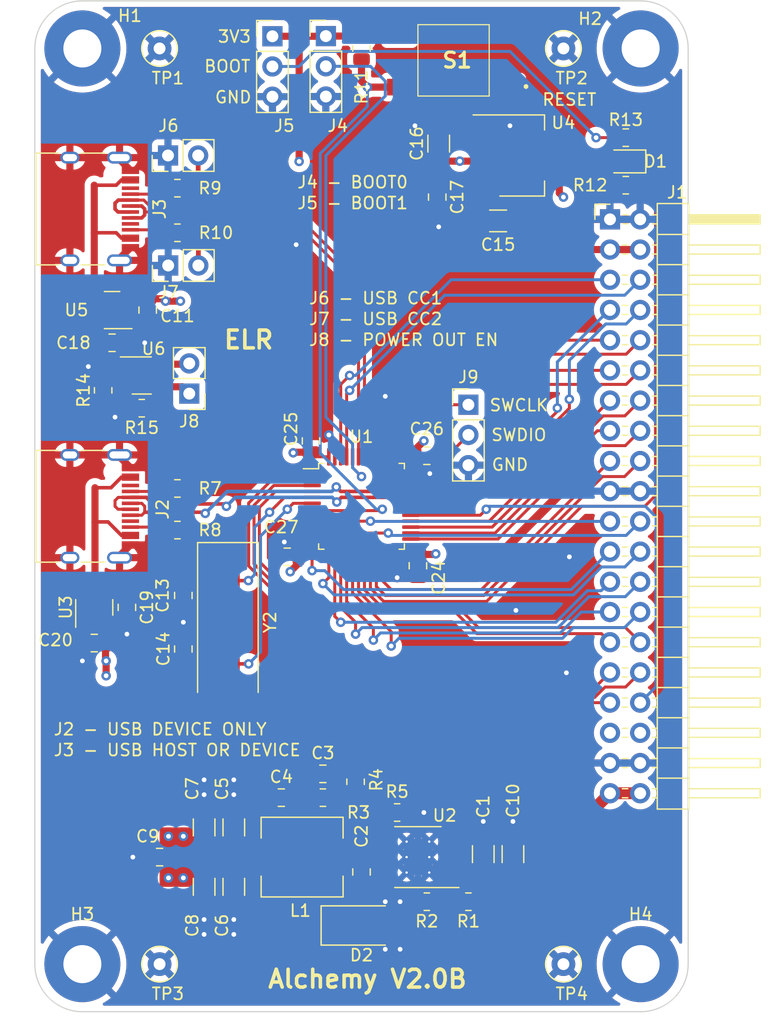
<source format=kicad_pcb>
(kicad_pcb (version 20211014) (generator pcbnew)
  (layers (0 "F.Cu" signal) (1 "In1.Cu" signal) (2 "In2.Cu" signal) (31 "B.Cu" signal) (34 "B.Paste" user) (35 "F.Paste" user) (36 "B.SilkS" user "B.Silkscreen") (37 "F.SilkS" user "F.Silkscreen") (38 "B.Mask" user) (39 "F.Mask" user) (44 "Edge.Cuts" user))
  (net 0 "")
  (net 1 "+3V3")
  (net 2 "Net-(C13-Pad1)")
  (net 3 "Net-(C14-Pad1)")
  (net 4 "Net-(D1-Pad1)")
  (net 5 "/I2C1_SDA")
  (net 6 "/I2C1_SCL")
  (net 7 "/UART1_RX")
  (net 8 "/UART1_TX")
  (net 9 "/SPI1_MOSI")
  (net 10 "/SPI1_MISO")
  (net 11 "/SPI1_SCK")
  (net 12 "/SPI1_NCS")
  (net 13 "/SPI2_MOSI")
  (net 14 "/SPI2_MISO")
  (net 15 "/SPI2_SCK")
  (net 16 "/SPI2_NCS")
  (net 17 "/I2C2_SDA")
  (net 18 "/I2C2_SCL")
  (net 19 "/ADC0")
  (net 20 "/ADC1")
  (net 21 "/ADC2")
  (net 22 "/ADC3")
  (net 23 "/ADC4")
  (net 24 "/ADC5")
  (net 25 "/ADC6")
  (net 26 "/ADC7")
  (net 27 "/ADC8")
  (net 28 "/ADC9")
  (net 29 "/GPIO0")
  (net 30 "/GPIO1")
  (net 31 "/GPIO2")
  (net 32 "/GPIO3")
  (net 33 "Net-(J2-PadA5)")
  (net 34 "/USB1DP")
  (net 35 "/USB1DM")
  (net 37 "Net-(J2-PadB5)")
  (net 39 "Net-(J3-PadA5)")
  (net 41 "Net-(J3-PadB5)")
  (net 43 "/BOOT0")
  (net 44 "Net-(J5-Pad2)")
  (net 45 "/~RESET")
  (net 46 "/BOOT1")
  (net 49 "Net-(C18-Pad1)")
  (net 50 "Net-(C19-Pad1)")
  (net 51 "Net-(R14-Pad1)")
  (net 54 "GND")
  (net 55 "/VM")
  (net 56 "+5V")
  (net 57 "/USB2DP")
  (net 58 "/USB2DM")
  (net 59 "Net-(J6-Pad2)")
  (net 60 "Net-(J7-Pad2)")
  (net 61 "Net-(J8-Pad1)")
  (net 62 "/SWCLK")
  (net 63 "/SWDIO")
  (net 64 "Net-(C2-Pad1)")
  (net 65 "Net-(C2-Pad2)")
  (net 66 "Net-(C3-Pad1)")
  (net 67 "Net-(C3-Pad2)")
  (net 68 "Net-(R1-Pad2)")
  (footprint "Capacitor_SMD:C_0805_2012Metric" (layer "F.Cu") (at 154.25 102.5 -90)
    (fp_text reference "C24")
    (fp_text value "0.1u" hide)
  )
  (footprint "Capacitor_SMD:C_0805_2012Metric" (layer "F.Cu") (at 131.5 81 -90)
    (fp_text reference "C11")
    (fp_text value "0.1u")
  )
  (footprint "Connector_USB:USB_C_Receptacle_HRO_TYPE-C-31-M-12" (layer "F.Cu") (at 126 72.5 -90)
    (fp_text reference "J3")
    (fp_text value "USB_C_Receptacle_USB2.0" hide)
  )
  (footprint "LED_SMD:LED_0805_2012Metric" (layer "F.Cu") (at 171.75 68.5 180)
    (fp_text reference "D1")
    (fp_text value "ORANGE" hide)
  )
  (footprint "TestPoint:TestPoint_Loop_D2.50mm_Drill1.0mm" (layer "F.Cu") (at 132.5 136)
    (fp_text reference "TP3")
    (fp_text value "TestPoint")
  )
  (footprint "SamacSys_Parts:LL3301NF065QG" (layer "F.Cu") (at 157.25 60 180)
    (fp_text reference "S1")
    (fp_text value "LL3301NF065QG" hide)
  )
  (footprint "Resistor_SMD:R_0805_2012Metric" (layer "F.Cu") (at 134 99.5)
    (fp_text reference "R8")
    (fp_text value "5K1" hide)
  )
  (footprint "Connector_PinHeader_2.54mm:PinHeader_1x02_P2.54mm_Vertical" (layer "F.Cu") (at 133.21 68 90)
    (fp_text reference "J6")
    (fp_text value "Conn_01x02")
  )
  (footprint "MountingHole:MountingHole_3.2mm_M3_Pad" (layer "F.Cu") (at 126 136)
    (fp_text reference "H3")
    (fp_text value "MountingHole_Pad")
  )
  (footprint "Resistor_SMD:R_0805_2012Metric" (layer "F.Cu") (at 149 120.6625 90)
    (fp_text reference "R4")
    (fp_text value "330K")
  )
  (footprint "Package_SO:HSOP-8-1EP_3.9x4.9mm_P1.27mm_EP2.41x3.1mm_ThermalVias" (layer "F.Cu") (at 154.25 127 180)
    (fp_text reference "U2")
    (fp_text value "HT1015A")
  )
  (footprint "Resistor_SMD:R_0805_2012Metric" (layer "F.Cu") (at 134 96)
    (fp_text reference "R7")
    (fp_text value "5K1" hide)
  )
  (footprint "Capacitor_SMD:C_1206_3216Metric" (layer "F.Cu") (at 159.75 126.75 -90)
    (fp_text reference "C1")
    (fp_text value "2.2u")
  )
  (footprint "Resistor_SMD:R_0805_2012Metric" (layer "F.Cu") (at 171.75 66.5 180)
    (fp_text reference "R13")
    (fp_text value "4.7K" hide)
  )
  (footprint "Resistor_SMD:R_0805_2012Metric" (layer "F.Cu") (at 146.25 122 180)
    (fp_text reference "R3")
    (fp_text value "560k")
  )
  (footprint "Capacitor_SMD:C_1206_3216Metric" (layer "F.Cu") (at 162.25 126.75 -90)
    (fp_text reference "C10")
    (fp_text value "2.2u")
  )
  (footprint "Capacitor_SMD:C_0805_2012Metric" (layer "F.Cu") (at 132.5 127 180)
    (fp_text reference "C9")
    (fp_text value "0.1u")
  )
  (footprint "Connector_PinHeader_2.54mm:PinHeader_2x20_P2.54mm_Horizontal" (layer "F.Cu") (at 170.42 73.37)
    (fp_text reference "J1")
    (fp_text value "Conn_02x20_Odd_Even")
  )
  (footprint "Capacitor_SMD:C_0805_2012Metric" (layer "F.Cu") (at 146.25 120 180)
    (fp_text reference "C3")
    (fp_text value "10n")
  )
  (footprint "Resistor_SMD:R_0805_2012Metric" (layer "F.Cu") (at 155 130.75 180)
    (fp_text reference "R2")
    (fp_text value "22K")
  )
  (footprint "Capacitor_SMD:C_1206_3216Metric" (layer "F.Cu") (at 138.75 124.5 -90)
    (fp_text reference "C5")
    (fp_text value "22u")
  )
  (footprint "Capacitor_SMD:C_0805_2012Metric" (layer "F.Cu") (at 149.5 128.25 -90)
    (fp_text reference "C2")
    (fp_text value "0.1u")
  )
  (footprint "Capacitor_SMD:C_0805_2012Metric" (layer "F.Cu") (at 134.5 105 -90)
    (fp_text reference "C13")
    (fp_text value "33p" hide)
  )
  (footprint "Capacitor_SMD:C_1206_3216Metric" (layer "F.Cu") (at 138.75 129.5 90)
    (fp_text reference "C6")
    (fp_text value "22u")
  )
  (footprint "Capacitor_SMD:C_0805_2012Metric" (layer "F.Cu") (at 128.5 83.75)
    (fp_text reference "C18")
    (fp_text value "0.1u" hide)
  )
  (footprint "TestPoint:TestPoint_Loop_D2.50mm_Drill1.0mm" (layer "F.Cu") (at 166.5 136)
    (fp_text reference "TP4")
    (fp_text value "TestPoint")
  )
  (footprint "Connector_PinHeader_2.54mm:PinHeader_1x02_P2.54mm_Vertical" (layer "F.Cu") (at 135 88.025 180)
    (fp_text reference "J8")
    (fp_text value "Conn_01x02")
  )
  (footprint "Connector_PinHeader_2.54mm:PinHeader_1x02_P2.54mm_Vertical" (layer "F.Cu") (at 133.225 77.25 90)
    (fp_text reference "J7")
    (fp_text value "Conn_01x02")
  )
  (footprint "Resistor_SMD:R_0805_2012Metric" (layer "F.Cu") (at 134 74.5)
    (fp_text reference "R10")
    (fp_text value "5K1" hide)
  )
  (footprint "Connector_PinHeader_2.54mm:PinHeader_1x03_P2.54mm_Vertical" (layer "F.Cu") (at 142 57.975)
    (fp_text reference "J5")
    (fp_text value "Conn_01x03" hide)
  )
  (footprint "Connector_PinHeader_2.54mm:PinHeader_1x03_P2.54mm_Vertical" (layer "F.Cu") (at 146.5 57.96)
    (fp_text reference "J4")
    (fp_text value "Conn_01x03" hide)
  )
  (footprint "Capacitor_SMD:C_0805_2012Metric" (layer "F.Cu") (at 127 109 180)
    (fp_text reference "C20")
    (fp_text value "0.1u" hide)
  )
  (footprint "TestPoint:TestPoint_Loop_D2.50mm_Drill1.0mm" (layer "F.Cu") (at 132.5 59)
    (fp_text reference "TP1")
    (fp_text value "TestPoint")
  )
  (footprint "Package_TO_SOT_SMD:SOT-23" (layer "F.Cu") (at 128.5 81 180)
    (fp_text reference "U5")
    (fp_text value "CH213K")
  )
  (footprint "Capacitor_SMD:C_1206_3216Metric" (layer "F.Cu") (at 136.25 129.5 90)
    (fp_text reference "C8")
    (fp_text value "22u")
  )
  (footprint "Capacitor_SMD:C_0805_2012Metric" (layer "F.Cu") (at 155.875 71.5 -90)
    (fp_text reference "C17")
    (fp_text value "1u" hide)
  )
  (footprint "Capacitor_SMD:C_0805_2012Metric" (layer "F.Cu") (at 145.25 92 90)
    (fp_text reference "C25")
    (fp_text value "0.1u" hide)
  )
  (footprint "Resistor_SMD:R_0805_2012Metric" (layer "F.Cu") (at 127.75 87.75 90)
    (fp_text reference "R14")
    (fp_text value "4.7k")
  )
  (footprint "Resistor_SMD:R_0805_2012Metric" (layer "F.Cu") (at 171.75 70.5)
    (fp_text reference "R12")
    (fp_text value "470" hide)
  )
  (footprint "Resistor_SMD:R_0805_2012Metric" (layer "F.Cu") (at 149.5 59 -90)
    (fp_text reference "R11")
    (fp_text value "4.7K" hide)
  )
  (footprint "Connector_USB:USB_C_Receptacle_HRO_TYPE-C-31-M-12" (layer "F.Cu") (at 126 97.5 -90)
    (fp_text reference "J2")
    (fp_text value "USB_C_Receptacle_USB2.0" hide)
  )
  (footprint "Resistor_SMD:R_0805_2012Metric" (layer "F.Cu") (at 152.5 123.25 180)
    (fp_text reference "R5")
    (fp_text value "62K")
  )
  (footprint "Resistor_SMD:R_0805_2012Metric" (layer "F.Cu") (at 158.5 130.75 180)
    (fp_text reference "R1")
    (fp_text value "68K")
  )
  (footprint "Capacitor_SMD:C_1206_3216Metric" (layer "F.Cu") (at 156 67 90)
    (fp_text reference "C16")
    (fp_text value "10u" hide)
  )
  (footprint "CH32V203:CH32V203C8T6_LQFP-48_7x7mm_P0.5mm" (layer "F.Cu") (at 149.5 97.5)
    (fp_text reference "U1")
    (fp_text value "CH32V203C8T6" hide)
  )
  (footprint "Package_TO_SOT_SMD:SOT-223-3_TabPin2" (layer "F.Cu") (at 163 68)
    (fp_text reference "U4")
    (fp_text value "AMS1117-3.3" hide)
  )
  (footprint "Capacitor_SMD:C_0805_2012Metric" (layer "F.Cu") (at 134.5 109.5 90)
    (fp_text reference "C14")
    (fp_text value "33p" hide)
  )
  (footprint "Capacitor_SMD:C_0805_2012Metric" (layer "F.Cu") (at 129.75 106 -90)
    (fp_text reference "C19")
    (fp_text value "0.1u" hide)
  )
  (footprint "MountingHole:MountingHole_3.2mm_M3_Pad" (layer "F.Cu") (at 173 59)
    (fp_text reference "H2")
    (fp_text value "MountingHole_Pad")
  )
  (footprint "Package_TO_SOT_SMD:SOT-23-5" (layer "F.Cu") (at 131 86.5)
    (fp_text reference "U6")
    (fp_text value "MT9700")
  )
  (footprint "Resistor_SMD:R_0805_2012Metric" (layer "F.Cu") (at 131 89.25 180)
    (fp_text reference "R15")
    (fp_text value "4.7K")
  )
  (footprint "Crystal:Crystal_SMD_HC49-SD" (layer "F.Cu") (at 138.25 107.25 -90)
    (fp_text reference "Y2")
    (fp_text value "8MHz")
  )
  (footprint "MountingHole:MountingHole_3.2mm_M3_Pad" (layer "F.Cu") (at 173 136)
    (fp_text reference "H4")
    (fp_text value "MountingHole_Pad")
  )
  (footprint "Signetics:CYA0650-68UH" (layer "F.Cu") (at 147.35 127 180)
    (fp_text reference "L1")
    (fp_text value "68u")
  )
  (footprint "Resistor_SMD:R_0805_2012Metric" (layer "F.Cu") (at 134 70.75)
    (fp_text reference "R9")
    (fp_text value "5K1" hide)
  )
  (footprint "Package_TO_SOT_SMD:SOT-23" (layer "F.Cu") (at 127 106 90)
    (fp_text reference "U3")
    (fp_text value "CH213K")
  )
  (footprint "Capacitor_SMD:C_0805_2012Metric" (layer "F.Cu") (at 143.25 101.75 180)
    (fp_text reference "C27")
    (fp_text value "0.1u" hide)
  )
  (footprint "Diode_SMD:D_SMA" (layer "F.Cu") (at 149.5 132.75)
    (fp_text reference "D2")
    (fp_text value "SS210")
  )
  (footprint "MountingHole:MountingHole_3.2mm_M3_Pad" (layer "F.Cu") (at 126 59)
    (fp_text reference "H1")
    (fp_text value "MountingHole_Pad")
  )
  (footprint "Capacitor_SMD:C_0805_2012Metric" (layer "F.Cu") (at 155 93.25)
    (fp_text reference "C26")
    (fp_text value "0.1u" hide)
  )
  (footprint "Capacitor_SMD:C_1206_3216Metric" (layer "F.Cu") (at 136.25 124.5 -90)
    (fp_text reference "C7")
    (fp_text value "22u")
  )
  (footprint "Capacitor_SMD:C_0805_2012Metric" (layer "F.Cu") (at 142.75 122 180)
    (fp_text reference "C4")
    (fp_text value "2.2n")
  )
  (footprint "Connector_PinHeader_2.54mm:PinHeader_1x03_P2.54mm_Vertical" (layer "F.Cu") (at 158.5 88.96)
    (fp_text reference "J9")
    (fp_text value "Conn_01x03")
  )
  (footprint "Capacitor_SMD:C_1206_3216Metric" (layer "F.Cu") (at 161 73.5)
    (fp_text reference "C15")
    (fp_text value "10u" hide)
  )
  (footprint "TestPoint:TestPoint_Loop_D2.50mm_Drill1.0mm" (layer "F.Cu") (at 166.5 59)
    (fp_text reference "TP2")
    (fp_text value "TestPoint")
  )
  (gr_arc locked (start 177 136) (mid 175.828427 138.828427) (end 173 140) (layer "Edge.Cuts") (width 0.1))
  (gr_arc locked (start 126 140) (mid 123.171573 138.828427) (end 122 136) (layer "Edge.Cuts") (width 0.1))
  (gr_line locked (start 122 136) (end 122 59) (layer "Edge.Cuts") (width 0.1))
  (gr_arc locked (start 173 55) (mid 175.828427 56.171573) (end 177 59) (layer "Edge.Cuts") (width 0.1))
  (gr_line locked (start 126 55) (end 173 55) (layer "Edge.Cuts") (width 0.1))
  (gr_arc locked (start 122 59) (mid 123.171573 56.171573) (end 126 55) (layer "Edge.Cuts") (width 0.1))
  (gr_line locked (start 173 140) (end 126 140) (layer "Edge.Cuts") (width 0.1))
  (gr_line locked (start 177 59) (end 177 136) (layer "Edge.Cuts") (width 0.1))
  (gr_text "SWDIO" (at 162.75 91.5) (layer "F.SilkS") (effects (font (size 1 1))))
  (gr_text "J4 - BOOT0" (at 148.75 70.25) (layer "F.SilkS") (effects (font (size 1 1))))
  (gr_text "J3 - USB HOST OR DEVICE" (at 123.5 118) (layer "F.SilkS") (effects (font (size 1 1)) (justify left)))
  (gr_text "J8 - POWER OUT EN" (at 145 83.5) (layer "F.SilkS") (effects (font (size 1 1)) (justify left)))
  (gr_text "GND" (at 138.7 63.1) (layer "F.SilkS") (effects (font (size 1 1))))
  (gr_text "J2 - USB DEVICE ONLY" (at 123.5 116.25) (layer "F.SilkS") (effects (font (size 1 1)) (justify left)))
  (gr_text "J7 - USB CC2" (at 145 81.75) (layer "F.SilkS") (effects (font (size 1 1)) (justify left)))
  (gr_text "BOOT" (at 138.2 60.5) (layer "F.SilkS") (effects (font (size 1 1))))
  (gr_text "J5 - BOOT1" (at 148.75 72) (layer "F.SilkS") (effects (font (size 1 1))))
  (gr_text "J6 - USB CC1" (at 145 80) (layer "F.SilkS") (effects (font (size 1 1)) (justify left)))
  (gr_text "ELR" (at 140 83.5) (layer "F.SilkS") (effects (font (size 1.5 1.5) (thickness 0.3))))
  (gr_text "Alchemy V2.0B" (at 150 137.25) (layer "F.SilkS") (effects (font (size 1.5 1.5) (thickness 0.3))))
  (gr_text "GND" (at 162 94) (layer "F.SilkS") (effects (font (size 1 1))))
  (gr_text "RESET" (at 167 63.3) (layer "F.SilkS") (effects (font (size 1 1))))
  (gr_text "3V3" (at 138.8 58) (layer "F.SilkS") (effects (font (size 1 1))))
  (gr_text "SWCLK" (at 162.75 89) (layer "F.SilkS") (effects (font (size 1 1))))
  (segment (start 154.05 93.25) (end 154.05 92.7) (width 0.6) (layer "F.Cu") (net 1))
  (segment (start 154.05 92.7) (end 154.75 92) (width 0.6) (layer "F.Cu") (net 1))
  (segment (start 146.75 93.3375) (end 145.6375 93.3375) (width 0.25) (layer "F.Cu") (net 1))
  (segment (start 144 101.55) (end 144.2 101.75) (width 0.25) (layer "F.Cu") (net 1))
  (segment (start 154.25 101.55) (end 155.7 101.55) (width 0.6) (layer "F.Cu") (net 1))
  (segment (start 146.485 57.975) (end 146.5 57.96) (width 0.6) (layer "F.Cu") (net 1))
  (segment (start 144.2 101.75) (end 144.2 102.3) (width 0.6) (layer "F.Cu") (net 1))
  (segment (start 159.85 68) (end 166.15 68) (width 0.6) (layer "F.Cu") (net 1))
  (segment (start 144.2 102.3) (end 143.5 103) (width 0.6) (layer "F.Cu") (net 1))
  (segment (start 157.775 68.475) (end 159.375 68.475) (width 0.6) (layer "F.Cu") (net 1))
  (segment (start 159.375 68.475) (end 159.85 68) (width 0.6) (layer "F.Cu") (net 1))
  (segment (start 154.1375 101.6625) (end 154.25 101.55) (width 0.25) (layer "F.Cu") (net 1))
  (segment (start 144.225 57.975) (end 146.485 57.975) (width 0.6) (layer "F.Cu") (net 1))
  (segment (start 142 57.975) (end 144.225 57.975) (width 0.6) (layer "F.Cu") (net 1))
  (segment (start 156 70.425) (end 155.875 70.55) (width 0.6) (layer "F.Cu") (net 1))
  (segment (start 145.3375 98.75) (end 144.5 98.75) (width 0.25) (layer "F.Cu") (net 1))
  (segment (start 145.25 92.95) (end 143.8 92.95) (width 0.6) (layer "F.Cu") (net 1))
  (segment (start 166.15 68) (end 166.15 71.15) (width 0.6) (layer "F.Cu") (net 1))
  (segment (start 145.3375 93.0375) (end 145.25 92.95) (width 0.25) (layer "F.Cu") (net 1))
  (segment (start 156 68.475) (end 157.775 68.475) (width 0.6) (layer "F.Cu") (net 1))
  (segment (start 149.3725 57.96) (end 149.5 58.0875) (width 0.6) (layer "F.Cu") (net 1))
  (segment (start 153.6625 93.6375) (end 154.05 93.25) (width 0.25) (layer "F.Cu") (net 1))
  (segment (start 144.5 98.75) (end 144 99.25) (width 0.25) (layer "F.Cu") (net 1))
  (segment (start 156 68.475) (end 156 70.425) (width 0.6) (layer "F.Cu") (net 1))
  (segment (start 144.25 58) (end 144.225 57.975) (width 0.6) (layer "F.Cu") (net 1))
  (segment (start 145.3375 94.75) (end 145.3375 93.0375) (width 0.25) (layer "F.Cu") (net 1))
  (segment (start 144.25 68.5) (end 144.25 58) (width 0.6) (layer "F.Cu") (net 1))
  (segment (start 170.8125 68.5) (end 166.65 68.5) (width 0.6) (layer "F.Cu") (net 1))
  (segment (start 144 99.25) (end 144 101.55) (width 0.25) (layer "F.Cu") (net 1))
  (segment (start 153.6625 94.75) (end 153.6625 93.6375) (width 0.25) (layer "F.Cu") (net 1))
  (segment (start 166.65 68.5) (end 166.15 68) (width 0.6) (layer "F.Cu") (net 1))
  (segment (start 152.25 101.6625) (end 154.1375 101.6625) (width 0.25) (layer "F.Cu") (net 1))
  (segment (start 166.15 71.15) (end 166.5 71.5) (width 0.6) (layer "F.Cu") (net 1))
  (segment (start 146.5 57.96) (end 149.3725 57.96) (width 0.6) (layer "F.Cu") (net 1))
  (segment (start 145.6375 93.3375) (end 145.25 92.95) (width 0.25) (layer "F.Cu") (net 1))
  (segment (start 143.8 92.95) (end 143.75 93) (width 0.6) (layer "F.Cu") (net 1))
  (segment (start 155.7 101.55) (end 155.75 101.5) (width 0.6) (layer "F.Cu") (net 1))
  (via (at 154.75 92) (size 0.8) (drill 0.4) (layers "F.Cu" "B.Cu") (net 1))
  (via (at 157.775 68.475) (size 0.8) (drill 0.4) (layers "F.Cu" "B.Cu") (net 1))
  (via (at 143.5 103) (size 0.8) (drill 0.4) (layers "F.Cu" "B.Cu") (net 1))
  (via (at 166.5 71.5) (size 0.8) (drill 0.4) (layers "F.Cu" "B.Cu") (net 1))
  (via (at 143.75 93) (size 0.8) (drill 0.4) (layers "F.Cu" "B.Cu") (net 1))
  (via (at 144.25 68.5) (size 0.8) (drill 0.4) (layers "F.Cu" "B.Cu") (net 1))
  (via (at 155.75 101.5) (size 0.8) (drill 0.4) (layers "F.Cu" "B.Cu") (net 1))
  (segment (start 134.5 104.05) (end 135.55 103) (width 0.3) (layer "F.Cu") (net 2))
  (segment (start 139 103.75) (end 138.25 103) (width 0.3) (layer "F.Cu") (net 2))
  (segment (start 139.976305 103.75) (end 139 103.75) (width 0.3) (layer "F.Cu") (net 2))
  (segment (start 141.762299 98) (end 143.012299 96.75) (width 0.25) (layer "F.Cu") (net 2))
  (segment (start 143.012299 96.75) (end 145.3375 96.75) (width 0.25) (layer "F.Cu") (net 2))
  (segment (start 135.55 103) (end 138.25 103) (width 0.3) (layer "F.Cu") (net 2))
  (via (at 139.976305 103.75) (size 0.8) (drill 0.4) (layers "F.Cu" "B.Cu") (net 2))
  (via (at 141.762299 98) (size 0.8) (drill 0.4) (layers "F.Cu" "B.Cu") (net 2))
  (segment (start 140.5 103.25) (end 140 103.75) (width 0.25) (layer "B.Cu") (net 2))
  (segment (start 141.762299 98) (end 140.5 99.262299) (width 0.25) (layer "B.Cu") (net 2))
  (segment (start 140.5 99.262299) (end 140.5 103.25) (width 0.25) (layer "B.Cu") (net 2))
  (segment (start 140 103.75) (end 139.976305 103.75) (width 0.25) (layer "B.Cu") (net 2))
  (segment (start 143.25 97.75) (end 143.75 97.25) (width 0.25) (layer "F.Cu") (net 3))
  (segment (start 134.5 110.45) (end 135.55 111.5) (width 0.3) (layer "F.Cu") (net 3))
  (segment (start 139 110.75) (end 138.25 111.5) (width 0.3) (layer "F.Cu") (net 3))
  (segment (start 135.55 111.5) (end 138.25 111.5) (width 0.3) (layer "F.Cu") (net 3))
  (segment (start 143.75 97.25) (end 145.3375 97.25) (width 0.25) (layer "F.Cu") (net 3))
  (segment (start 140 110.75) (end 139 110.75) (width 0.3) (layer "F.Cu") (net 3))
  (via (at 140 110.75) (size 0.8) (drill 0.4) (layers "F.Cu" "B.Cu") (net 3))
  (via (at 143.25 97.75) (size 0.8) (drill 0.4) (layers "F.Cu" "B.Cu") (net 3))
  (segment (start 141 100) (end 141 109.75) (width 0.25) (layer "B.Cu") (net 3))
  (segment (start 141 109.75) (end 140 110.75) (width 0.25) (layer "B.Cu") (net 3))
  (segment (start 143.25 97.75) (end 141 100) (width 0.25) (layer "B.Cu") (net 3))
  (segment (start 172.6625 70.5) (end 172.6625 68.525) (width 0.6) (layer "F.Cu") (net 4))
  (segment (start 172.6625 68.525) (end 172.6875 68.5) (width 0.6) (layer "F.Cu") (net 4))
  (segment (start 147.75 93.3375) (end 147.75 87.25) (width 0.25) (layer "F.Cu") (net 5))
  (segment (start 147.75 87.25) (end 148.5 86.5) (width 0.25) (layer "F.Cu") (net 5))
  (via (at 148.5 86.5) (size 0.8) (drill 0.4) (layers "F.Cu" "B.Cu") (net 5))
  (segment (start 149 86.5) (end 157.05 78.45) (width 0.25) (layer "B.Cu") (net 5))
  (segment (start 148.5 86.5) (end 149 86.5) (width 0.25) (layer "B.Cu") (net 5))
  (segment (start 157.05 78.45) (end 170.42 78.45) (width 0.25) (layer "B.Cu") (net 5))
  (segment (start 148.25 88) (end 148.5 87.75) (width 0.25) (layer "F.Cu") (net 6))
  (segment (start 148.25 93.3375) (end 148.25 88) (width 0.25) (layer "F.Cu") (net 6))
  (via (at 148.5 87.75) (size 0.8) (drill 0.4) (layers "F.Cu" "B.Cu") (net 6))
  (segment (start 156.5 79.75) (end 171.66 79.75) (width 0.25) (layer "B.Cu") (net 6))
  (segment (start 171.66 79.75) (end 172.96 78.45) (width 0.25) (layer "B.Cu") (net 6))
  (segment (start 148.5 87.75) (end 156.5 79.75) (width 0.25) (layer "B.Cu") (net 6))
  (segment (start 165.987701 89.237701) (end 165.987701 89.512299) (width 0.25) (layer "F.Cu") (net 7))
  (segment (start 158.25 97.25) (end 153.6625 97.25) (width 0.25) (layer "F.Cu") (net 7))
  (segment (start 165.987701 89.512299) (end 158.25 97.25) (width 0.25) (layer "F.Cu") (net 7))
  (via (at 165.987701 89.237701) (size 0.8) (drill 0.4) (layers "F.Cu" "B.Cu") (net 7))
  (segment (start 165.987701 85.357299) (end 165.987701 89.237701) (width 0.25) (layer "B.Cu") (net 7))
  (segment (start 165.987701 85.357299) (end 170.355 80.99) (width 0.25) (layer "B.Cu") (net 7))
  (segment (start 170.355 80.99) (end 170.42 80.99) (width 0.25) (layer "B.Cu") (net 7))
  (segment (start 167 89.25) (end 167 88.5) (width 0.25) (layer "F.Cu") (net 8))
  (segment (start 153.6625 97.75) (end 158.5 97.75) (width 0.25) (layer "F.Cu") (net 8))
  (segment (start 158.5 97.75) (end 160.75 95.5) (width 0.25) (layer "F.Cu") (net 8))
  (segment (start 160.75 95.5) (end 167 89.25) (width 0.25) (layer "F.Cu") (net 8))
  (via (at 167 88.5) (size 0.8) (drill 0.4) (layers "F.Cu" "B.Cu") (net 8))
  (segment (start 170.054479 82.169511) (end 171.780489 82.169511) (width 0.25) (layer "B.Cu") (net 8))
  (segment (start 171.780489 82.169511) (end 172.96 80.99) (width 0.25) (layer "B.Cu") (net 8))
  (segment (start 167 88.5) (end 167 85.22399) (width 0.25) (layer "B.Cu") (net 8))
  (segment (start 167 85.22399) (end 170.054479 82.169511) (width 0.25) (layer "B.Cu") (net 8))
  (segment (start 150.25 92.029289) (end 158.749289 83.53) (width 0.25) (layer "F.Cu") (net 9))
  (segment (start 150.25 93.3375) (end 150.25 92.029289) (width 0.25) (layer "F.Cu") (net 9))
  (segment (start 158.749289 83.53) (end 170.42 83.53) (width 0.25) (layer "F.Cu") (net 9))
  (segment (start 158.205685 84.71) (end 171.78 84.71) (width 0.25) (layer "F.Cu") (net 10))
  (segment (start 171.78 84.71) (end 172.96 83.53) (width 0.25) (layer "F.Cu") (net 10))
  (segment (start 150.75 92.165685) (end 158.205685 84.71) (width 0.25) (layer "F.Cu") (net 10))
  (segment (start 150.75 93.3375) (end 150.75 92.165685) (width 0.25) (layer "F.Cu") (net 10))
  (segment (start 157.482081 86.07) (end 170.42 86.07) (width 0.25) (layer "F.Cu") (net 11))
  (segment (start 151.25 93.3375) (end 151.25 92.302081) (width 0.25) (layer "F.Cu") (net 11))
  (segment (start 151.25 92.302081) (end 157.482081 86.07) (width 0.25) (layer "F.Cu") (net 11))
  (segment (start 151.75 93.3375) (end 151.75 92.438477) (width 0.25) (layer "F.Cu") (net 12))
  (segment (start 171.78 87.25) (end 172.96 86.07) (width 0.25) (layer "F.Cu") (net 12))
  (segment (start 151.75 92.438477) (end 156.938477 87.25) (width 0.25) (layer "F.Cu") (net 12))
  (segment (start 156.938477 87.25) (end 171.78 87.25) (width 0.25) (layer "F.Cu") (net 12))
  (segment (start 160.25 98.75) (end 170.39 88.61) (width 0.25) (layer "F.Cu") (net 13))
  (segment (start 170.39 88.61) (end 170.42 88.61) (width 0.25) (layer "F.Cu") (net 13))
  (segment (start 153.6625 98.75) (end 160.25 98.75) (width 0.25) (layer "F.Cu") (net 13))
  (segment (start 160.5 99.25) (end 169.85 89.9) (width 0.25) (layer "F.Cu") (net 14))
  (segment (start 169.85 89.9) (end 171.67 89.9) (width 0.25) (layer "F.Cu") (net 14))
  (segment (start 171.67 89.9) (end 172.96 88.61) (width 0.25) (layer "F.Cu") (net 14))
  (segment (start 153.6625 99.25) (end 160.5 99.25) (width 0.25) (layer "F.Cu") (net 14))
  (segment (start 160.75 99.75) (end 169.35 91.15) (width 0.25) (layer "F.Cu") (net 15))
  (segment (start 153.6625 99.75) (end 160.75 99.75) (width 0.25) (layer "F.Cu") (net 15))
  (segment (start 169.35 91.15) (end 170.42 91.15) (width 0.25) (layer "F.Cu") (net 15))
  (segment (start 161 100.25) (end 168.85 92.4) (width 0.25) (layer "F.Cu") (net 16))
  (segment (start 153.6625 100.25) (end 161 100.25) (width 0.25) (layer "F.Cu") (net 16))
  (segment (start 168.85 92.4) (end 171.71 92.4) (width 0.25) (layer "F.Cu") (net 16))
  (segment (start 171.71 92.4) (end 172.96 91.15) (width 0.25) (layer "F.Cu") (net 16))
  (segment (start 159.6 104.5) (end 169.5 94.6) (width 0.25) (layer "F.Cu") (net 17))
  (segment (start 151.25 103.75) (end 152 104.5) (width 0.25) (layer "F.Cu") (net 17))
  (segment (start 152 104.5) (end 159.6 104.5) (width 0.25) (layer "F.Cu") (net 17))
  (segment (start 151.25 101.6625) (end 151.25 103.75) (width 0.25) (layer "F.Cu") (net 17))
  (segment (start 169.5 94.6) (end 169.51 94.6) (width 0.25) (layer "F.Cu") (net 17))
  (segment (start 169.51 94.6) (end 170.42 93.69) (width 0.25) (layer "F.Cu") (net 17))
  (segment (start 171.65 95) (end 172.96 93.69) (width 0.25) (layer "F.Cu") (net 18))
  (segment (start 159.8 105) (end 169.8 95) (width 0.25) (layer "F.Cu") (net 18))
  (segment (start 150.75 104.25) (end 151.5 105) (width 0.25) (layer "F.Cu") (net 18))
  (segment (start 151.5 105) (end 159.8 105) (width 0.25) (layer "F.Cu") (net 18))
  (segment (start 169.8 95) (end 171.65 95) (width 0.25) (layer "F.Cu") (net 18))
  (segment (start 150.75 101.6625) (end 150.75 104.25) (width 0.25) (layer "F.Cu") (net 18))
  (segment (start 146.640685 98.75) (end 146.140685 99.25) (width 0.25) (layer "F.Cu") (net 19))
  (segment (start 146.140685 99.25) (end 145.3375 99.25) (width 0.25) (layer "F.Cu") (net 19))
  (segment (start 150.25 98.75) (end 146.640685 98.75) (width 0.25) (layer "F.Cu") (net 19))
  (via (at 150.25 98.75) (size 0.8) (drill 0.4) (layers "F.Cu" "B.Cu") (net 19))
  (segment (start 150.27 98.77) (end 170.42 98.77) (width 0.25) (layer "B.Cu") (net 19))
  (segment (start 151.75 99.75) (end 145.3375 99.75) (width 0.25) (layer "F.Cu") (net 20))
  (via (at 151.75 99.75) (size 0.8) (drill 0.4) (layers "F.Cu" "B.Cu") (net 20))
  (segment (start 151.75 99.75) (end 151.95 99.95) (width 0.25) (layer "B.Cu") (net 20))
  (segment (start 171.78 99.95) (end 172.96 98.77) (width 0.25) (layer "B.Cu") (net 20))
  (segment (start 151.95 99.95) (end 171.78 99.95) (width 0.25) (layer "B.Cu") (net 20))
  (segment (start 145.3375 102.9125) (end 145.3375 100.25) (width 0.25) (layer "F.Cu") (net 21))
  (via (at 145.3375 102.9125) (size 0.8) (drill 0.4) (layers "F.Cu" "B.Cu") (net 21))
  (segment (start 146.4125 102.9125) (end 145.3375 102.9125) (width 0.25) (layer "B.Cu") (net 21))
  (segment (start 170.355 101.31) (end 167.165 104.5) (width 0.25) (layer "B.Cu") (net 21))
  (segment (start 167.165 104.5) (end 148 104.5) (width 0.25) (layer "B.Cu") (net 21))
  (segment (start 148 104.5) (end 146.4125 102.9125) (width 0.25) (layer "B.Cu") (net 21))
  (segment (start 170.42 101.31) (end 170.355 101.31) (width 0.25) (layer "B.Cu") (net 21))
  (segment (start 146.75 103.5) (end 146.25 104) (width 0.25) (layer "F.Cu") (net 22))
  (segment (start 146.75 101.6625) (end 146.75 103.5) (width 0.25) (layer "F.Cu") (net 22))
  (via (at 146.25 104) (size 0.8) (drill 0.4) (layers "F.Cu" "B.Cu") (net 22))
  (segment (start 147.2 104.95) (end 167.351396 104.95) (width 0.25) (layer "B.Cu") (net 22))
  (segment (start 146.25 104) (end 147.2 104.95) (width 0.25) (layer "B.Cu") (net 22))
  (segment (start 169.701396 102.6) (end 171.67 102.6) (width 0.25) (layer "B.Cu") (net 22))
  (segment (start 171.67 102.6) (end 172.96 101.31) (width 0.25) (layer "B.Cu") (net 22))
  (segment (start 167.351396 104.95) (end 169.701396 102.6) (width 0.25) (layer "B.Cu") (net 22))
  (segment (start 147.75 107.25) (end 147.25 106.75) (width 0.25) (layer "F.Cu") (net 23))
  (segment (start 147.25 106.75) (end 147.25 101.6625) (width 0.25) (layer "F.Cu") (net 23))
  (via (at 147.75 107.25) (size 0.8) (drill 0.4) (layers "F.Cu" "B.Cu") (net 23))
  (segment (start 147.75 107.25) (end 165.863604 107.25) (width 0.25) (layer "B.Cu") (net 23))
  (segment (start 168.513604 104.6) (end 169.67 104.6) (width 0.25) (layer "B.Cu") (net 23))
  (segment (start 165.863604 107.25) (end 168.513604 104.6) (width 0.25) (layer "B.Cu") (net 23))
  (segment (start 169.67 104.6) (end 170.42 103.85) (width 0.25) (layer "B.Cu") (net 23))
  (segment (start 149 108.25) (end 149 107.25) (width 0.25) (layer "F.Cu") (net 24))
  (segment (start 147.75 106) (end 147.75 101.6625) (width 0.25) (layer "F.Cu") (net 24))
  (segment (start 149 107.25) (end 147.75 106) (width 0.25) (layer "F.Cu") (net 24))
  (via (at 149 108.25) (size 0.8) (drill 0.4) (layers "F.Cu" "B.Cu") (net 24))
  (segment (start 149 108.25) (end 149.55 107.7) (width 0.25) (layer "B.Cu") (net 24))
  (segment (start 166.05 107.7) (end 168.65 105.1) (width 0.25) (layer "B.Cu") (net 24))
  (segment (start 171.71 105.1) (end 172.96 103.85) (width 0.25) (layer "B.Cu") (net 24))
  (segment (start 168.65 105.1) (end 171.71 105.1) (width 0.25) (layer "B.Cu") (net 24))
  (segment (start 149.55 107.7) (end 166.05 107.7) (width 0.25) (layer "B.Cu") (net 24))
  (segment (start 150.5 108.75) (end 150.5 107.75) (width 0.25) (layer "F.Cu") (net 25))
  (segment (start 148.25 105.5) (end 148.25 101.6625) (width 0.25) (layer "F.Cu") (net 25))
  (segment (start 150.5 107.75) (end 148.25 105.5) (width 0.25) (layer "F.Cu") (net 25))
  (via (at 150.5 108.75) (size 0.8) (drill 0.4) (layers "F.Cu" "B.Cu") (net 25))
  (segment (start 151.1 108.15) (end 166.236396 108.15) (width 0.25) (layer "B.Cu") (net 25))
  (segment (start 150.5 108.75) (end 151.1 108.15) (width 0.25) (layer "B.Cu") (net 25))
  (segment (start 167.996396 106.39) (end 170.42 106.39) (width 0.25) (layer "B.Cu") (net 25))
  (segment (start 166.236396 108.15) (end 167.996396 106.39) (width 0.25) (layer "B.Cu") (net 25))
  (segment (start 152 109.25) (end 152 108.045584) (width 0.25) (layer "F.Cu") (net 26))
  (segment (start 148.75 104.795584) (end 148.75 101.6625) (width 0.25) (layer "F.Cu") (net 26))
  (segment (start 152 108.045584) (end 148.75 104.795584) (width 0.25) (layer "F.Cu") (net 26))
  (via (at 152 109.25) (size 0.8) (drill 0.4) (layers "F.Cu" "B.Cu") (net 26))
  (segment (start 171.65 107.7) (end 172.96 106.39) (width 0.25) (layer "B.Cu") (net 26))
  (segment (start 167.322792 107.7) (end 171.65 107.7) (width 0.25) (layer "B.Cu") (net 26))
  (segment (start 152.65 108.6) (end 166.422792 108.6) (width 0.25) (layer "B.Cu") (net 26))
  (segment (start 152 109.25) (end 152.65 108.6) (width 0.25) (layer "B.Cu") (net 26))
  (segment (start 166.422792 108.6) (end 167.322792 107.7) (width 0.25) (layer "B.Cu") (net 26))
  (segment (start 151.040812 106.45) (end 157.45 106.45) (width 0.25) (layer "F.Cu") (net 27))
  (segment (start 157.45 106.45) (end 159.21 108.21) (width 0.25) (layer "F.Cu") (net 27))
  (segment (start 149.25 101.6625) (end 149.25 104.659188) (width 0.25) (layer "F.Cu") (net 27))
  (segment (start 149.25 104.659188) (end 151.040812 106.45) (width 0.25) (layer "F.Cu") (net 27))
  (segment (start 169.7 108.21) (end 170.42 108.93) (width 0.25) (layer "F.Cu") (net 27))
  (segment (start 159.21 108.21) (end 169.7 108.21) (width 0.25) (layer "F.Cu") (net 27))
  (segment (start 151.227208 106) (end 157.636396 106) (width 0.25) (layer "F.Cu") (net 28))
  (segment (start 157.636396 106) (end 159.336396 107.7) (width 0.25) (layer "F.Cu") (net 28))
  (segment (start 149.75 101.6625) (end 149.75 104.522792) (width 0.25) (layer "F.Cu") (net 28))
  (segment (start 171.73 107.7) (end 172.96 108.93) (width 0.25) (layer "F.Cu") (net 28))
  (segment (start 159.336396 107.7) (end 171.73 107.7) (width 0.25) (layer "F.Cu") (net 28))
  (segment (start 149.75 104.522792) (end 151.227208 106) (width 0.25) (layer "F.Cu") (net 28))
  (segment (start 140.9 97.6) (end 140.9 102.15) (width 0.25) (layer "F.Cu") (net 29))
  (segment (start 140.9 102.15) (end 151.865 113.115) (width 0.25) (layer "F.Cu") (net 29))
  (segment (start 168.775 113.115) (end 170.42 111.47) (width 0.25) (layer "F.Cu") (net 29))
  (segment (start 151.865 113.115) (end 168.775 113.115) (width 0.25) (layer "F.Cu") (net 29))
  (segment (start 142.25 96.25) (end 140.9 97.6) (width 0.25) (layer "F.Cu") (net 29))
  (segment (start 145.3375 96.25) (end 142.25 96.25) (width 0.25) (layer "F.Cu") (net 29))
  (segment (start 140.45 97.413604) (end 140.45 102.336396) (width 0.25) (layer "F.Cu") (net 30))
  (segment (start 171.73 112.7) (end 172.96 111.47) (width 0.25) (layer "F.Cu") (net 30))
  (segment (start 169.138299 113.565) (end 170.003299 112.7) (width 0.25) (layer "F.Cu") (net 30))
  (segment (start 151.678604 113.565) (end 169.138299 113.565) (width 0.25) (layer "F.Cu") (net 30))
  (segment (start 140.45 102.336396) (end 151.678604 113.565) (width 0.25) (layer "F.Cu") (net 30))
  (segment (start 142.113604 95.75) (end 140.45 97.413604) (width 0.25) (layer "F.Cu") (net 30))
  (segment (start 145.3375 95.75) (end 142.113604 95.75) (width 0.25) (layer "F.Cu") (net 30))
  (segment (start 170.003299 112.7) (end 171.73 112.7) (width 0.25) (layer "F.Cu") (net 30))
  (segment (start 140 102.522792) (end 140 97.227208) (width 0.25) (layer "F.Cu") (net 31))
  (segment (start 151.492208 114.015) (end 170.415 114.015) (width 0.25) (layer "F.Cu") (net 31))
  (segment (start 141.977208 95.25) (end 145.3375 95.25) (width 0.25) (layer "F.Cu") (net 31))
  (segment (start 140 97.227208) (end 141.977208 95.25) (width 0.25) (layer "F.Cu") (net 31))
  (segment (start 170.415 114.015) (end 170.42 114.01) (width 0.25) (layer "F.Cu") (net 31))
  (segment (start 151.492208 114.015) (end 140 102.522792) (width 0.25) (layer "F.Cu") (net 31))
  (segment (start 160 97.75) (end 159.5 98.25) (width 0.25) (layer "F.Cu") (net 32))
  (segment (start 159.5 98.25) (end 153.6625 98.25) (width 0.25) (layer "F.Cu") (net 32))
  (via (at 160 97.75) (size 0.8) (drill 0.4) (layers "F.Cu" "B.Cu") (net 32))
  (segment (start 174.3 112.67) (end 172.96 114.01) (width 0.25) (layer "B.Cu") (net 32))
  (segment (start 160.25 97.5) (end 173.4 97.5) (width 0.25) (layer "B.Cu") (net 32))
  (segment (start 173.4 97.5) (end 174.3 98.4) (width 0.25) (layer "B.Cu") (net 32))
  (segment (start 174.3 98.4) (end 174.3 112.67) (width 0.25) (layer "B.Cu") (net 32))
  (segment (start 160 97.75) (end 160.25 97.5) (width 0.25) (layer "B.Cu") (net 32))
  (segment (start 130.045 96.25) (end 132.8375 96.25) (width 0.25) (layer "F.Cu") (net 33))
  (segment (start 132.8375 96.25) (end 133.0875 96) (width 0.25) (layer "F.Cu") (net 33))
  (segment (start 130.045 98.25) (end 131 98.25) (width 0.25) (layer "F.Cu") (net 34))
  (segment (start 147.75 96.25) (end 153.6625 96.25) (width 0.3) (layer "F.Cu") (net 34))
  (segment (start 131 98.25) (end 131.25 98) (width 0.25) (layer "F.Cu") (net 34))
  (segment (start 136.25 98) (end 131.25 98) (width 0.3) (layer "F.Cu") (net 34))
  (segment (start 131.25 97.5) (end 131.25 98) (width 0.25) (layer "F.Cu") (net 34))
  (segment (start 136.34467 98.09467) (end 136.25 98) (width 0.3) (layer "F.Cu") (net 34))
  (segment (start 131 97.25) (end 131.25 97.5) (width 0.25) (layer "F.Cu") (net 34))
  (segment (start 147.375 95.875) (end 147.75 96.25) (width 0.3) (layer "F.Cu") (net 34))
  (segment (start 130.045 97.25) (end 131 97.25) (width 0.25) (layer "F.Cu") (net 34))
  (via (at 147.375 95.875) (size 0.8) (drill 0.4) (layers "F.Cu" "B.Cu") (net 34))
  (via (at 136.34467 98.09467) (size 0.8) (drill 0.4) (layers "F.Cu" "B.Cu") (net 34))
  (segment (start 136.34467 98.09467) (end 138.18934 96.25) (width 0.3) (layer "B.Cu") (net 34))
  (segment (start 147 96.25) (end 147.375 95.875) (width 0.3) (layer "B.Cu") (net 34))
  (segment (start 138.18934 96.25) (end 147 96.25) (width 0.3) (layer "B.Cu") (net 34))
  (segment (start 129.02 96.75) (end 128.75 97.02) (width 0.25) (layer "F.Cu") (net 35))
  (segment (start 138.125 97.5) (end 137.928248 97.303248) (width 0.3) (layer "F.Cu") (net 35))
  (segment (start 131.933578 97.303248) (end 131.38033 96.75) (width 0.3) (layer "F.Cu") (net 35))
  (segment (start 137.928248 97.303248) (end 131.933578 97.303248) (width 0.3) (layer "F.Cu") (net 35))
  (segment (start 130.045 96.75) (end 129.02 96.75) (width 0.25) (layer "F.Cu") (net 35))
  (segment (start 147.420091 97.139865) (end 147.809956 96.75) (width 0.3) (layer "F.Cu") (net 35))
  (segment (start 130.045 96.75) (end 131.38033 96.75) (width 0.3) (layer "F.Cu") (net 35))
  (segment (start 128.75 97.02) (end 128.75 97.5) (width 0.25) (layer "F.Cu") (net 35))
  (segment (start 128.75 97.5) (end 129 97.75) (width 0.25) (layer "F.Cu") (net 35))
  (segment (start 147.809956 96.75) (end 153.6625 96.75) (width 0.3) (layer "F.Cu") (net 35))
  (segment (start 129 97.75) (end 130.045 97.75) (width 0.25) (layer "F.Cu") (net 35))
  (via (at 147.420091 97.139865) (size 0.8) (drill 0.4) (layers "F.Cu" "B.Cu") (net 35))
  (via (at 138.125 97.5) (size 0.8) (drill 0.4) (layers "F.Cu" "B.Cu") (net 35))
  (segment (start 138.875 96.75) (end 138.125 97.5) (width 0.3) (layer "B.Cu") (net 35))
  (segment (start 147.030226 96.75) (end 147.420091 97.139865) (width 0.3) (layer "B.Cu") (net 35))
  (segment (start 138.875 96.75) (end 147.030226 96.75) (width 0.3) (layer "B.Cu") (net 35))
  (segment (start 132.8375 99.25) (end 133.0875 99.5) (width 0.25) (layer "F.Cu") (net 37))
  (segment (start 130.045 99.25) (end 132.8375 99.25) (width 0.25) (layer "F.Cu") (net 37))
  (segment (start 130.045 71.25) (end 132.5875 71.25) (width 0.25) (layer "F.Cu") (net 39))
  (segment (start 132.5875 71.25) (end 133.0875 70.75) (width 0.25) (layer "F.Cu") (net 39))
  (segment (start 130.045 74.25) (end 132.8375 74.25) (width 0.25) (layer "F.Cu") (net 41))
  (segment (start 132.8375 74.25) (end 133.0875 74.5) (width 0.25) (layer "F.Cu") (net 41))
  (segment (start 148.75 93.3375) (end 148.75 94.25) (width 0.25) (layer "F.Cu") (net 43))
  (segment (start 148.75 94.25) (end 149.5 95) (width 0.25) (layer "F.Cu") (net 43))
  (via (at 149.5 95) (size 0.8) (drill 0.4) (layers "F.Cu" "B.Cu") (net 43))
  (segment (start 150.25 60.5) (end 151.5 61.75) (width 0.25) (layer "B.Cu") (net 43))
  (segment (start 151.5 61.75) (end 151.5 63) (width 0.25) (layer "B.Cu") (net 43))
  (segment (start 148.75 94.25) (end 149.5 95) (width 0.25) (layer "B.Cu") (net 43))
  (segment (start 146.5 90) (end 148.75 92.25) (width 0.25) (layer "B.Cu") (net 43))
  (segment (start 146.5 68) (end 146.5 90) (width 0.25) (layer "B.Cu") (net 43))
  (segment (start 151.5 63) (end 146.5 68) (width 0.25) (layer "B.Cu") (net 43))
  (segment (start 148.75 92.25) (end 148.75 94.25) (width 0.25) (layer "B.Cu") (net 43))
  (segment (start 146.5 60.5) (end 150.25 60.5) (width 0.25) (layer "B.Cu") (net 43))
  (segment (start 170.8375 66.5) (end 169.25 66.5) (width 0.25) (layer "F.Cu") (net 44))
  (via (at 169.25 66.5) (size 0.8) (drill 0.4) (layers "F.Cu" "B.Cu") (net 44))
  (segment (start 144.235 60.515) (end 142 60.515) (width 0.25) (layer "B.Cu") (net 44))
  (segment (start 162 59.25) (end 145.5 59.25) (width 0.25) (layer "B.Cu") (net 44))
  (segment (start 169.25 66.5) (end 162 59.25) (width 0.25) (layer "B.Cu") (net 44))
  (segment (start 145.5 59.25) (end 144.235 60.515) (width 0.25) (layer "B.Cu") (net 44))
  (segment (start 151.135135 97.864865) (end 146.25555 97.864865) (width 0.25) (layer "F.Cu") (net 45))
  (segment (start 146.140685 97.75) (end 145.3375 97.75) (width 0.25) (layer "F.Cu") (net 45))
  (segment (start 149.5 61.75) (end 150 62.25) (width 0.6) (layer "F.Cu") (net 45))
  (segment (start 146.25555 97.864865) (end 146.140685 97.75) (width 0.25) (layer "F.Cu") (net 45))
  (segment (start 149.5 59.9125) (end 149.5 61.75) (width 0.6) (layer "F.Cu") (net 45))
  (segment (start 152.7 62.25) (end 150 62.25) (width 0.6) (layer "F.Cu") (net 45))
  (segment (start 151.25 97.75) (end 151.135135 97.864865) (width 0.25) (layer "F.Cu") (net 45))
  (via (at 151.25 97.75) (size 0.8) (drill 0.4) (layers "F.Cu" "B.Cu") (net 45))
  (via (at 150 62.25) (size 0.8) (drill 0.4) (layers "F.Cu" "B.Cu") (net 45))
  (segment (start 150 63.864282) (end 146.025489 67.838793) (width 0.25) (layer "B.Cu") (net 45))
  (segment (start 150.75 97.75) (end 151.25 97.75) (width 0.25) (layer "B.Cu") (net 45))
  (segment (start 146.025489 93.025489) (end 150.75 97.75) (width 0.25) (layer "B.Cu") (net 45))
  (segment (start 146.025489 67.838793) (end 146.025489 93.025489) (width 0.25) (layer "B.Cu") (net 45))
  (segment (start 150 62.25) (end 150 63.864282) (width 0.25) (layer "B.Cu") (net 45))
  (segment (start 168.033896 97.5) (end 160.033896 105.5) (width 0.25) (layer "F.Cu") (net 46))
  (segment (start 173.5 66.5) (end 174.25 67.25) (width 0.25) (layer "F.Cu") (net 46))
  (segment (start 150.25 104.386396) (end 150.25 101.6625) (width 0.25) (layer "F.Cu") (net 46))
  (segment (start 174.25 96.60101) (end 173.35101 97.5) (width 0.25) (layer "F.Cu") (net 46))
  (segment (start 160.033896 105.5) (end 151.363604 105.5) (width 0.25) (layer "F.Cu") (net 46))
  (segment (start 174.25 67.25) (end 174.25 96.60101) (width 0.25) (layer "F.Cu") (net 46))
  (segment (start 173.35101 97.5) (end 168.033896 97.5) (width 0.25) (layer "F.Cu") (net 46))
  (segment (start 151.363604 105.5) (end 150.25 104.386396) (width 0.25) (layer "F.Cu") (net 46))
  (segment (start 172.6625 66.5) (end 173.5 66.5) (width 0.25) (layer "F.Cu") (net 46))
  (segment (start 130.045 74.95) (end 129.298444 74.95) (width 0.3) (layer "F.Cu") (net 49))
  (segment (start 127 70.5) (end 127 74.5) (width 0.6) (layer "F.Cu") (net 49))
  (segment (start 127.5 84.75) (end 127.5 83.8) (width 0.6) (layer "F.Cu") (net 49))
  (segment (start 130.045 70.05) (end 129.298444 70.05) (width 0.3) (layer "F.Cu") (net 49))
  (segment (start 127 83.2) (end 127.55 83.75) (width 0.6) (layer "F.Cu") (net 49))
  (segment (start 128.848444 70.5) (end 127 70.5) (width 0.3) (layer "F.Cu") (net 49))
  (segment (start 127 81) (end 127 83.2) (width 0.6) (layer "F.Cu") (net 49))
  (segment (start 127.5625 81) (end 127 81) (width 0.6) (layer "F.Cu") (net 49))
  (segment (start 128.3 85.55) (end 127.5 84.75) (width 0.6) (layer "F.Cu") (net 49))
  (segment (start 129.298444 70.05) (end 128.848444 70.5) (width 0.3) (layer "F.Cu") (net 49))
  (segment (start 127.5 83.8) (end 127.55 83.75) (width 0.6) (layer "F.Cu") (net 49))
  (segment (start 129.8625 85.55) (end 128.3 85.55) (width 0.6) (layer "F.Cu") (net 49))
  (segment (start 128.848444 74.5) (end 127 74.5) (width 0.3) (layer "F.Cu") (net 49))
  (segment (start 129.298444 74.95) (end 128.848444 74.5) (width 0.3) (layer "F.Cu") (net 49))
  (segment (start 127 74.5) (end 127 81) (width 0.6) (layer "F.Cu") (net 49))
  (segment (start 127.0125 105.05) (end 127 105.0625) (width 0.6) (layer "F.Cu") (net 50))
  (segment (start 130.045 95.05) (end 129.298444 95.05) (width 0.3) (layer "F.Cu") (net 50))
  (segment (start 127.0625 98.8125) (end 127.0625 105) (width 0.6) (layer "F.Cu") (net 50))
  (segment (start 127.0625 98.8125) (end 127.0625 95.9375) (width 0.6) (layer "F.Cu") (net 50))
  (segment (start 130.045 99.95) (end 129.298444 99.95) (width 0.3) (layer "F.Cu") (net 50))
  (segment (start 129.298444 99.95) (end 128.160944 98.8125) (width 0.3) (layer "F.Cu") (net 50))
  (segment (start 129.75 105.05) (end 127.0125 105.05) (width 0.6) (layer "F.Cu") (net 50))
  (segment (start 128.410944 95.9375) (end 127.0625 95.9375) (width 0.3) (layer "F.Cu") (net 50))
  (segment (start 127.0625 105) (end 127 105.0625) (width 0.6) (layer "F.Cu") (net 50))
  (segment (start 129.298444 95.05) (end 128.410944 95.9375) (width 0.3) (layer "F.Cu") (net 50))
  (segment (start 128.160944 98.8125) (end 127.0625 98.8125) (width 0.3) (layer "F.Cu") (net 50))
  (segment (start 127.75 88.6625) (end 127.8375 88.6625) (width 0.6) (layer "F.Cu") (net 51))
  (segment (start 129.05 87.45) (end 129.8625 87.45) (width 0.6) (layer "F.Cu") (net 51))
  (segment (start 127.8375 88.6625) (end 129.05 87.45) (width 0.6) (layer "F.Cu") (net 51))
  (segment (start 154.75 95.25) (end 155.25 94.75) (width 0.25) (layer "F.Cu") (net 54))
  (segment (start 129.4375 81.95) (end 131.5 81.95) (width 0.6) (layer "F.Cu") (net 54))
  (segment (start 136.25 132.25) (end 136.25 133.5) (width 0.6) (layer "F.Cu") (net 54))
  (segment (start 126.05 106.9375) (end 126.05 109) (width 0.6) (layer "F.Cu") (net 54))
  (segment (start 145.25 91.05) (end 146.3 91.05) (width 0.6) (layer "F.Cu") (net 54))
  (segment (start 170.42 73.37) (end 172.96 73.37) (width 0.6) (layer "F.Cu") (net 54))
  (segment (start 142.3 101.2) (end 143 100.5) (width 0.6) (layer "F.Cu") (net 54))
  (segment (start 155.95 94.05) (end 155.25 94.75) (width 0.6) (layer "F.Cu") (net 54))
  (segment (start 129.45 83.75) (end 131.25 83.75) (width 0.6) (layer "F.Cu") (net 54))
  (segment (start 156.9 126.365) (end 158.66 126.365) (width 0.6) (layer "F.Cu") (net 54))
  (segment (start 170.42 70.9175) (end 170.8375 70.5) (width 0.6) (layer "F.Cu") (net 54))
  (segment (start 129.13 101.665) (end 130.045 100.75) (width 0.6) (layer "F.Cu") (net 54))
  (segment (start 127.5875 86.8375) (end 126.5 85.75) (width 0.6) (layer "F.Cu") (net 54))
  (segment (start 151.5 132.75) (end 151.5 134.75) (width 0.6) (layer "F.Cu") (net 54))
  (segment (start 154.2 103.5) (end 154.25 103.45) (width 0.6) (layer "F.Cu") (net 54))
  (segment (start 136.25 130.975) (end 136.25 132.25) (width 0.6) (layer "F.Cu") (net 54))
  (segment (start 130.045 100.75) (end 133.6625 100.75) (width 0.6) (layer "F.Cu") (net 54))
  (segment (start 147.25 92) (end 146.75 91.5) (width 0.25) (layer "F.Cu") (net 54))
  (segment (start 129.13 93.335) (end 130.045 94.25) (width 0.6) (layer "F.Cu") (net 54))
  (segment (start 133.1625 94.25) (end 134.9125 96) (width 0.6) (layer "F.Cu") (net 54))
  (segment (start 159.85 65.7) (end 161.8 65.7) (width 0.6) (layer "F.Cu") (net 54))
  (segment (start 155.875 72.45) (end 155.875 73.875) (width 0.6) (layer "F.Cu") (net 54))
  (segment (start 126.05 110.45) (end 126 110.5) (width 0.6) (layer "F.Cu") (net 54))
  (segment (start 161.8 65.7) (end 162 65.5) (width 0.6) (layer "F.Cu") (net 54))
  (segment (start 145.3375 98.25) (end 144.25 98.25) (width 0.25) (layer "F.Cu") (net 54))
  (segment (start 131.5 81.95) (end 131.5 83.5) (width 0.6) (layer "F.Cu") (net 54))
  (segment (start 155.95 93.25) (end 155.95 94.05) (width 0.6) (layer "F.Cu") (net 54))
  (segment (start 130.045 94.25) (end 133.1625 94.25) (width 0.6) (layer "F.Cu") (net 54))
  (segment (start 156 65.525) (end 154.025 65.525) (width 0.6) (layer "F.Cu") (net 54))
  (segment (start 153.4125 123.25) (end 154.75 123.25) (width 0.6) (layer "F.Cu") (net 54))
  (segment (start 136.25 123.025) (end 136.25 121.75) (width 0.6) (layer "F.Cu") (net 54))
  (segment (start 138.75 121.75) (end 138.75 120.5) (width 0.6) (layer "F.Cu") (net 54))
  (segment (start 153.6625 95.25) (end 154.75 95.25) (width 0.25) (layer "F.Cu") (net 54))
  (segment (start 162.605 73.37) (end 170.42 73.37) (width 0.6) (layer "F.Cu") (net 54))
  (segment (start 126.05 109) (end 126.05 110.45) (width 0.6) (layer "F.Cu") (net 54))
  (segment (start 162.475 73.5) (end 162.605 73.37) (width 0.6) (layer "F.Cu") (net 54))
  (segment (start 143 99.5) (end 143 100.5) (width 0.25) (layer "F.Cu") (net 54))
  (segment (start 136.25 121.75) (end 136.25 120.5) (width 0.6) (layer "F.Cu") (net 54))
  (segment (start 151.5 132.75) (end 151.5 130.75) (width 0.6) (layer "F.Cu") (net 54))
  (segment (start 151.75 101.6625) (end 151.75 102.75) (width 0.25) (layer "F.Cu") (net 54))
  (segment (start 142.3 101.75) (end 142.3 101.2) (width 0.6) (layer "F.Cu") (net 54))
  (segment (start 154.25 103.45) (end 152.55 103.45) (width 0.6) (layer "F.Cu") (net 54))
  (segment (start 162.25 125.275) (end 162.25 124) (width 0.6) (layer "F.Cu") (net 54))
  (segment (start 129.13 68.335) (end 130.045 69.25) (width 0.6) (layer "F.Cu") (net 54))
  (segment (start 144.25 98.25) (end 143 99.5) (width 0.25) (layer "F.Cu") (net 54))
  (segment (start 130.0875 89.25) (end 129.5 89.25) (width 0.6) (layer "F.Cu") (net 54))
  (segment (start 152.55 103.45) (end 152.5 103.5) (width 0.6) (layer "F.Cu") (net 54))
  (segment (start 129.13 101.82) (end 129.13 101.665) (width 0.6) (layer "F.Cu") (net 54))
  (segment (start 152.75 134.75) (end 151.5 134.75) (width 0.6) (layer "F.Cu") (net 54))
  (segment (start 134.5 105.95) (end 134.5 107.25) (width 0.4) (layer "F.Cu") (net 54))
  (segment (start 159.75 125.275) (end 159.75 124) (width 0.6) (layer "F.Cu") (net 54))
  (segment (start 154.0875 130.75) (end 152.75 130.75) (width 0.6) (layer "F.Cu") (net 54))
  (segment (start 159.675 65.525) (end 159.85 65.7) (width 0.6) (layer "F.Cu") (net 54))
  (segment (start 131.5 83.5) (end 131.25 83.75) (width 0.6) (layer "F.Cu") (net 54))
  (segment (start 134.5 108.55) (end 134.5 107.25) (width 0.4) (layer "F.Cu") (net 54))
  (segment (start 151.75 102.75) (end 152.5 103.5) (width 0.25) (layer "F.Cu") (net 54))
  (segment (start 159.57 125.095) (end 159.75 125.275) (width 0.6) (layer "F.Cu") (net 54))
  (segment (start 129.75 106.95) (end 129.75 108.25) (width 0.6) (layer "F.Cu") (net 54))
  (segment (start 138.75 132.25) (end 138.75 133.5) (width 0.6) (layer "F.Cu") (net 54))
  (segment (start 129.13 93.18) (end 129.13 93.335) (width 0.6) (layer "F.Cu") (net 54))
  (segment (start 170.42 73.37) (end 170.42 70.9175) (width 0.6) (layer "F.Cu") (net 54))
  (segment (start 129.13 68.18) (end 129.13 68.335) (width 0.6) (layer "F.Cu") (net 54))
  (segment (start 155.875 73.875) (end 156 74) (width 0.6) (layer "F.Cu") (net 54))
  (segment (start 138.75 130.975) (end 138.75 132.25) (width 0.6) (layer "F.Cu") (net 54))
  (segment (start 131.55 127) (end 130.25 127) (width 0.6) (layer "F.Cu") (net 54))
  (segment (start 127.75 86.8375) (end 127.5875 86.8375) (width 0.6) (layer "F.Cu") (net 54))
  (segment (start 129.13 76.82) (end 129.13 76.665) (width 0.6) (layer "F.Cu") (net 54))
  (segment (start 129.5 89.25) (end 128.75 90) (width 0.6) (layer "F.Cu") (net 54))
  (segment (start 156.9 125.095) (end 159.57 125.095) (width 0.6) (layer "F.Cu") (net 54))
  (segment (start 152.75 130.75) (end 151.5 130.75) (width 0.6) (layer "F.Cu") (net 54))
  (segment (start 147.25 93.3375) (end 147.25 92) (width 0.25) (layer "F.Cu") (net 54))
  (segment (start 146.3 91.05) (end 146.75 91.5) (width 0.6) (layer "F.Cu") (net 54))
  (segment (start 156 65.525) (end 159.675 65.525) (width 0.6) (layer "F.Cu") (net 54))
  (segment (start 133.6625 100.75) (end 134.9125 99.5) (width 0.6) (layer "F.Cu") (net 54))
  (segment (start 129.13 93.18) (end 124.95 93.18) (width 0.6) (layer "F.Cu") (net 54))
  (segment (start 154.025 65.525) (end 154 65.5) (width 0.6) (layer "F.Cu") (net 54))
  (segment (start 124.95 68.18) (end 129.13 68.18) (width 0.6) (layer "F.Cu") (net 54))
  (segment (start 158.66 126.365) (end 159.75 125.275) (width 0.6) (layer "F.Cu") (net 54))
  (segment (start 129.13 76.665) (end 130.045 75.75) (width 0.6) (layer "F.Cu") (net 54))
  (segment (start 138.75 123.025) (end 138.75 121.75) (width 0.6) (layer "F.Cu") (net 54))
  (via (at 138.75 121.75) (size 0.8) (drill 0.4) (layers "F.Cu" "B.Cu") (net 54))
  (via (at 162.25 124) (size 0.8) (drill 0.4) (layers "F.Cu" "B.Cu") (net 54))
  (via (at 136.25 120.5) (size 0.8) (drill 0.4) (layers "F.Cu" "B.Cu") (net 54))
  (via (at 162.5 106.25) (size 0.8) (drill 0.4) (layers "F.Cu" "B.Cu") (net 54))
  (via (at 159.75 124) (size 0.8) (drill 0.4) (layers "F.Cu" "B.Cu") (net 54))
  (via (at 154.75 123.25) (size 0.8) (drill 0.4) (layers "F.Cu" "B.Cu") (net 54))
  (via (at 134.5 107.25) (size 0.8) (drill 0.4) (layers "F.Cu" "B.Cu") (net 54))
  (via (at 136.25 121.75) (size 0.8) (drill 0.4) (layers "F.Cu" "B.Cu") (net 54))
  (via (at 130.25 127) (size 0.8) (drill 0.4) (layers "F.Cu" "B.Cu") (net 54))
  (via (at 151.5 134.75) (size 0.8) (drill 0.4) (layers "F.Cu" "B.Cu") (net 54))
  (via (at 129.75 108.25) (size 0.8) (drill 0.4) (layers "F.Cu" "B.Cu") (net 54))
  (via (at 167 101.75) (size 0.8) (drill 0.4) (layers "F.Cu" "B.Cu") (net 54))
  (via (at 144 75.5) (size 0.8) (drill 0.4) (layers "F.Cu" "B.Cu") (net 54))
  (via (at 162 65.5) (size 0.8) (drill 0.4) (layers "F.Cu" "B.Cu") (net 54))
  (via (at 151.5 130.75) (size 0.8) (drill 0.4) (layers "F.Cu" "B.Cu") (net 54))
  (via (at 136.25 133.5) (size 0.8) (drill 0.4) (layers "F.Cu" "B.Cu") (net 54))
  (via (at 126 110.5) (size 0.8) (drill 0.4) (layers "F.Cu" "B.Cu") (net 54))
  (via (at 152.75 134.75) (size 0.8) (drill 0.4) (layers "F.Cu" "B.Cu") (net 54))
  (via (at 136.25 132.25) (size 0.8) (drill 0.4) (layers "F.Cu" "B.Cu") (net 54))
  (via (at 146.75 91.5) (size 0.8) (drill 0.4) (layers "F.Cu" "B.Cu") (net 54))
  (via (at 138.75 133.5) (size 0.8) (drill 0.4) (layers "F.Cu" "B.Cu") (net 54))
  (via (at 138.75 120.5) (size 0.8) (drill 0.4) (layers "F.Cu" "B.Cu") (net 54))
  (via (at 156 74) (size 0.8) (drill 0.4) (layers "F.Cu" "B.Cu") (net 54))
  (via (at 155.25 94.75) (size 0.8) (drill 0.4) (layers "F.Cu" "B.Cu") (net 54))
  (via (at 166.75 111.5) (size 0.8) (drill 0.4) (layers "F.Cu" "B.Cu") (net 54))
  (via (at 154 65.5) (size 0.8) (drill 0.4) (layers "F.Cu" "B.Cu") (net 54))
  (via (at 128.75 90) (size 0.8) (drill 0.4) (layers "F.Cu" "B.Cu") (net 54))
  (via (at 138.75 132.25) (size 0.8) (drill 0.4) (layers "F.Cu" "B.Cu") (net 54))
  (via (at 152.75 130.75) (size 0.8) (drill 0.4) (layers "F.Cu" "B.Cu") (net 54))
  (via (at 151.5 88.25) (size 0.8) (drill 0.4) (layers "F.Cu" "B.Cu") (net 54))
  (via (at 152.5 103.5) (size 0.8) (drill 0.4) (layers "F.Cu" "B.Cu") (net 54))
  (via (at 126.5 85.75) (size 0.8) (drill 0.4) (layers "F.Cu" "B.Cu") (net 54))
  (via (at 143 100.5) (size 0.8) (drill 0.4) (layers "F.Cu" "B.Cu") (net 54))
  (via (at 131.25 83.75) (size 0.8) (drill 0.4) (layers "F.Cu" "B.Cu") (net 54))
  (segment (start 172.96 121.63) (end 170.42 121.63) (width 1) (layer "F.Cu") (net 55))
  (segment (start 170.42 121.63) (end 163.8 128.25) (width 1) (layer "F.Cu") (net 55))
  (segment (start 159.75 128.225) (end 159.75 130.4125) (width 0.6) (layer "F.Cu") (net 55))
  (segment (start 159.16 127.635) (end 159.75 128.225) (width 0.6) (layer "F.Cu") (net 55))
  (segment (start 162.275 128.25) (end 162.25 128.225) (width 1) (layer "F.Cu") (net 55))
  (segment (start 156.9 127.635) (end 159.16 127.635) (width 0.6) (layer "F.Cu") (net 55))
  (segment (start 162.25 128.225) (end 159.75 128.225) (width 1) (layer "F.Cu") (net 55))
  (segment (start 163.8 128.25) (end 162.275 128.25) (width 1) (layer "F.Cu") (net 55))
  (segment (start 159.75 130.4125) (end 159.4125 130.75) (width 0.6) (layer "F.Cu") (net 55))
  (segment (start 141.65 122.15) (end 141.8 122) (width 0.6) (layer "F.Cu") (net 56))
  (segment (start 159.525 73.5) (end 159.525 70.625) (width 0.6) (layer "F.Cu") (net 56))
  (segment (start 172.96 75.91) (end 170.42 75.91) (width 0.6) (layer "F.Cu") (net 56))
  (segment (start 128 110.5) (end 128 111.75) (width 0.6) (layer "F.Cu") (net 56))
  (segment (start 161.935 75.91) (end 170.42 75.91) (width 0.6) (layer "F.Cu") (net 56))
  (segment (start 149 119.75) (end 149 119.25) (width 0.6) (layer "F.Cu") (net 56))
  (segment (start 159.525 70.625) (end 159.85 70.3) (width 0.6) (layer "F.Cu") (net 56))
  (segment (start 131.5 80.05) (end 132.8 80.05) (width 0.6) (layer "F.Cu") (net 56))
  (segment (start 141.65 127) (end 141.65 122.15) (width 0.6) (layer "F.Cu") (net 56))
  (segment (start 132.8 80.05) (end 133 80.25) (width 0.6) (layer "F.Cu") (net 56))
  (segment (start 129.4375 80.05) (end 131.5 80.05) (width 0.6) (layer "F.Cu") (net 56))
  (segment (start 134.935 85.55) (end 135 85.485) (width 0.6) (layer "F.Cu") (net 56))
  (segment (start 127.95 109) (end 127.95 110.45) (width 0.6) (layer "F.Cu") (net 56))
  (segment (start 141.8 120.7) (end 141.8 122) (width 0.6) (layer "F.Cu") (net 56))
  (segment (start 144 118.5) (end 141.8 120.7) (width 0.6) (layer "F.Cu") (net 56))
  (segment (start 127.95 106.9375) (end 127.95 109) (width 0.6) (layer "F.Cu") (net 56))
  (segment (start 134.25 80.25) (end 133 80.25) (width 0.6) (layer "F.Cu") (net 56))
  (segment (start 159.525 73.5) (end 161.935 75.91) (width 0.6) (layer "F.Cu") (net 56))
  (segment (start 149 119.25) (end 148.25 118.5) (width 0.6) (layer "F.Cu") (net 56))
  (segment (start 148.25 118.5) (end 144 118.5) (width 0.6) (layer "F.Cu") (net 56))
  (segment (start 127.95 110.45) (end 128 110.5) (width 0.6) (layer "F.Cu") (net 56))
  (segment (start 132.1375 85.55) (end 134.935 85.55) (width 0.6) (layer "F.Cu") (net 56))
  (via (at 128 111.75) (size 0.8) (drill 0.4) (layers "F.Cu" "B.Cu") (net 56))
  (via (at 134.25 80.25) (size 0.8) (drill 0.4) (layers "F.Cu" "B.Cu") (net 56))
  (via (at 134.5 125.25) (size 0.8) (drill 0.4) (layers "F.Cu" "B.Cu") (net 56))
  (via (at 133.25 128.75) (size 0.8) (drill 0.4) (layers "F.Cu" "B.Cu") (net 56))
  (via (at 133 80.25) (size 0.8) (drill 0.4) (layers "F.Cu" "B.Cu") (net 56))
  (via (at 128 110.5) (size 0.8) (drill 0.4) (layers "F.Cu" "B.Cu") (net 56))
  (via (at 134.5 128.75) (size 0.8) (drill 0.4) (layers "F.Cu" "B.Cu") (net 56))
  (via (at 133.25 125.25) (size 0.8) (drill 0.4) (layers "F.Cu" "B.Cu") (net 56))
  (segment (start 149.25 79) (end 143 72.75) (width 0.25) (layer "F.Cu") (net 57))
  (segment (start 130.045 73.25) (end 131 73.25) (width 0.3) (layer "F.Cu") (net 57))
  (segment (start 131.25 73) (end 131.25 72.75) (width 0.3) (layer "F.Cu") (net 57))
  (segment (start 149.25 93.3375) (end 149.25 79) (width 0.25) (layer "F.Cu") (net 57))
  (segment (start 131.25 72.5) (end 131 72.25) (width 0.3) (layer "F.Cu") (net 57))
  (segment (start 131 73.25) (end 131.25 73) (width 0.3) (layer "F.Cu") (net 57))
  (segment (start 143 72.75) (end 131.25 72.75) (width 0.25) (layer "F.Cu") (net 57))
  (segment (start 131 72.25) (end 130.045 72.25) (width 0.3) (layer "F.Cu") (net 57))
  (segment (start 131.25 72.75) (end 131.25 72.5) (width 0.3) (layer "F.Cu") (net 57))
  (segment (start 128.75 72.5) (end 129 72.75) (width 0.3) (layer "F.Cu") (net 58))
  (segment (start 130.045 71.75) (end 129.02 71.75) (width 0.3) (layer "F.Cu") (net 58))
  (segment (start 128.77 72) (end 128.75 72) (width 0.3) (layer "F.Cu") (net 58))
  (segment (start 131.171752 71.75) (end 130.045 71.75) (width 0.25) (layer "F.Cu") (net 58))
  (segment (start 143.175 72.175) (end 131.596752 72.175) (width 0.25) (layer "F.Cu") (net 58))
  (segment (start 131.596752 72.175) (end 131.171752 71.75) (width 0.25) (layer "F.Cu") (net 58))
  (segment (start 128.75 72) (end 128.75 72.5) (width 0.3) (layer "F.Cu") (net 58))
  (segment (start 149.75 93.3375) (end 149.75 78.75) (width 0.25) (layer "F.Cu") (net 58))
  (segment (start 149.75 78.75) (end 143.175 72.175) (width 0.25) (layer "F.Cu") (net 58))
  (segment (start 129.02 71.75) (end 128.77 72) (width 0.3) (layer "F.Cu") (net 58))
  (segment (start 129 72.75) (end 130.045 72.75) (width 0.3) (layer "F.Cu") (net 58))
  (segment (start 135.75 69.9125) (end 134.9125 70.75) (width 0.4) (layer "F.Cu") (net 59))
  (segment (start 135.75 68) (end 135.75 69.9125) (width 0.4) (layer "F.Cu") (net 59))
  (segment (start 135.765 77.25) (end 135.765 75.3525) (width 0.4) (layer "F.Cu") (net 60))
  (segment (start 135.765 75.3525) (end 134.9125 74.5) (width 0.4) (layer "F.Cu") (net 60))
  (segment (start 131.9125 89.25) (end 131.9125 87.675) (width 0.6) (layer "F.Cu") (net 61))
  (segment (start 131.9125 87.675) (end 132.1375 87.45) (width 0.6) (layer "F.Cu") (net 61))
  (segment (start 132.1375 87.45) (end 134.425 87.45) (width 0.6) (layer "F.Cu") (net 61))
  (segment (start 134.425 87.45) (end 135 88.025) (width 0.6) (layer "F.Cu") (net 61))
  (segment (start 152.25 93.3375) (end 152.25 92.75) (width 0.25) (layer "F.Cu") (net 62))
  (segment (start 156.04 88.96) (end 158.5 88.96) (width 0.25) (layer "F.Cu") (net 62))
  (segment (start 152.25 92.75) (end 156.04 88.96) (width 0.25) (layer "F.Cu") (net 62))
  (segment (start 155.75 95.75) (end 157 94.5) (width 0.25) (layer "F.Cu") (net 63))
  (segment (start 157 93) (end 158.5 91.5) (width 0.25) (layer "F.Cu") (net 63))
  (segment (start 153.6625 95.75) (end 155.75 95.75) (width 0.25) (layer "F.Cu") (net 63))
  (segment (start 157 94.5) (end 157 93) (width 0.25) (layer "F.Cu") (net 63))
  (segment (start 149.835 127.635) (end 149.5 127.3) (width 0.6) (layer "F.Cu") (net 64))
  (segment (start 151.6 127.635) (end 149.835 127.635) (width 0.6) (layer "F.Cu") (net 64))
  (segment (start 147.35 127) (end 147.35 129.15) (width 1.4) (layer "F.Cu") (net 65))
  (segment (start 151.6 128.905) (end 149.795 128.905) (width 0.6) (layer "F.Cu") (net 65))
  (segment (start 149.795 128.905) (end 149.5 129.2) (width 0.6) (layer "F.Cu") (net 65))
  (segment (start 149.5 129.2) (end 147.4 129.2) (width 1) (layer "F.Cu") (net 65))
  (segment (start 147.35 129.15) (end 147.35 132.6) (width 1.4) (layer "F.Cu") (net 65))
  (segment (start 147.35 132.6) (end 147.5 132.75) (width 1.4) (layer "F.Cu") (net 65))
  (segment (start 147.4 129.2) (end 147.35 129.15) (width 1) (layer "F.Cu") (net 65))
  (segment (start 147.35 122.1875) (end 147.1625 122) (width 0.6) (layer "F.Cu") (net 65))
  (segment (start 147.35 127) (end 147.35 122.1875) (width 0.6) (layer "F.Cu") (net 65))
  (segment (start 151.6 123.2625) (end 151.5875 123.25) (width 0.6) (layer "F.Cu") (net 66))
  (segment (start 147.25 120) (end 148.825 121.575) (width 0.6) (layer "F.Cu") (net 66))
  (segment (start 151.5875 123.25) (end 150.675 123.25) (width 0.6) (layer "F.Cu") (net 66))
  (segment (start 150.675 123.25) (end 149 121.575) (width 0.6) (layer "F.Cu") (net 66))
  (segment (start 151.6 125.095) (end 151.6 123.2625) (width 0.6) (layer "F.Cu") (net 66))
  (segment (start 148.825 121.575) (end 149 121.575) (width 0.6) (layer "F.Cu") (net 66))
  (segment (start 147.2 120) (end 147.25 120) (width 0.6) (layer "F.Cu") (net 66))
  (segment (start 145.3 120) (end 145.3 121.9625) (width 0.6) (layer "F.Cu") (net 67))
  (segment (start 145.3 121.9625) (end 145.3375 122) (width 0.6) (layer "F.Cu") (net 67))
  (segment (start 145.3375 122) (end 143.7 122) (width 0.6) (layer "F.Cu") (net 67))
  (segment (start 156.9 130.6) (end 156.75 130.75) (width 0.6) (layer "F.Cu") (net 68))
  (segment (start 156.9 128.905) (end 156.9 130.6) (width 0.6) (layer "F.Cu") (net 68))
  (segment (start 155.9125 130.75) (end 156.75 130.75) (width 0.6) (layer "F.Cu") (net 68))
  (segment (start 156.75 130.75) (end 157.5875 130.75) (width 0.6) (layer "F.Cu") (net 68))
  (zone (net 54) (net_name "GND") (layer "F.Cu") (connect_pads thru_hole_only (clearance 0.508)) (min_thickness 0.254) (fill yes (thermal_gap 0.508) (thermal_bridge_width 0.6))
    (polygon (pts (xy 177 140) (xy 122 140) (xy 122 55) (xy 177 55)))
  )
  (zone (net 56) (net_name "+5V") (layer "F.Cu") (priority 1) (connect_pads yes (clearance 0.3)) (min_thickness 0.254) (fill yes (thermal_gap 0.508) (thermal_bridge_width 0.508))
    (polygon (pts (xy 142.75 129.5) (xy 132.5 129.5) (xy 132.5 124.5) (xy 142.75 124.5)))
  )
  (zone (net 54) (net_name "GND") (layer "B.Cu") (connect_pads yes (clearance 0.508)) (min_thickness 0.254) (fill yes (thermal_gap 0.508) (thermal_bridge_width 0.508))
    (polygon (pts (xy 162.5 132.5) (xy 155.5 132.5) (xy 155.5 127.5) (xy 162.5 127.5)))
  )
  (zone (net 54) (net_name "GND") (layer "B.Cu") (connect_pads thru_hole_only (clearance 0.508)) (min_thickness 0.254) (fill yes (thermal_gap 0.508) (thermal_bridge_width 0.6))
    (polygon (pts (xy 177 140) (xy 122 140) (xy 122 103) (xy 131.5 103) (xy 131.5 92) (xy 122 92) (xy 122 78) (xy 131.5 78) (xy 131.5 67) (xy 122 67) (xy 122 55) (xy 177 55)))
  )
)
</source>
